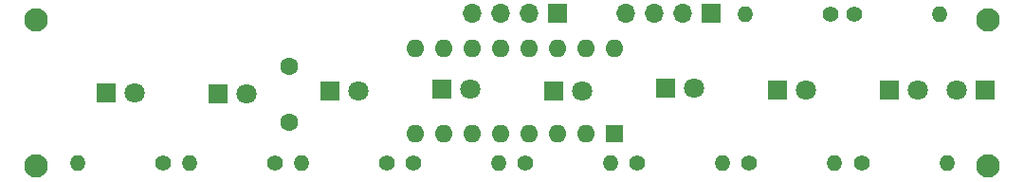
<source format=gbr>
%TF.GenerationSoftware,KiCad,Pcbnew,8.0.1*%
%TF.CreationDate,2024-05-11T19:49:50+01:00*%
%TF.ProjectId,TIMI2CLEDPanel,54494d49-3243-44c4-9544-50616e656c2e,rev?*%
%TF.SameCoordinates,Original*%
%TF.FileFunction,Soldermask,Bot*%
%TF.FilePolarity,Negative*%
%FSLAX46Y46*%
G04 Gerber Fmt 4.6, Leading zero omitted, Abs format (unit mm)*
G04 Created by KiCad (PCBNEW 8.0.1) date 2024-05-11 19:49:50*
%MOMM*%
%LPD*%
G01*
G04 APERTURE LIST*
%ADD10R,1.700000X1.700000*%
%ADD11O,1.700000X1.700000*%
%ADD12C,2.100000*%
%ADD13R,1.800000X1.800000*%
%ADD14C,1.800000*%
%ADD15C,1.600000*%
%ADD16C,1.400000*%
%ADD17O,1.400000X1.400000*%
%ADD18R,1.600000X1.600000*%
%ADD19O,1.600000X1.600000*%
G04 APERTURE END LIST*
D10*
%TO.C,J1*%
X102800000Y-31900000D03*
D11*
X100260000Y-31900000D03*
X97720000Y-31900000D03*
X95180000Y-31900000D03*
%TD*%
D12*
%TO.C,H4*%
X42500000Y-45500000D03*
%TD*%
D13*
%TO.C,D2*%
X48730000Y-39000000D03*
D14*
X51270000Y-39000000D03*
%TD*%
D13*
%TO.C,D6*%
X88730000Y-38800000D03*
D14*
X91270000Y-38800000D03*
%TD*%
D13*
%TO.C,D5*%
X78730000Y-38600000D03*
D14*
X81270000Y-38600000D03*
%TD*%
D12*
%TO.C,H5*%
X127500000Y-45500000D03*
%TD*%
%TO.C,H2*%
X42500000Y-32500000D03*
%TD*%
D13*
%TO.C,D3*%
X58730000Y-39100000D03*
D14*
X61270000Y-39100000D03*
%TD*%
D13*
%TO.C,D4*%
X68730000Y-38850000D03*
D14*
X71270000Y-38850000D03*
%TD*%
D13*
%TO.C,D9*%
X118730000Y-38750000D03*
D14*
X121270000Y-38750000D03*
%TD*%
D13*
%TO.C,D7*%
X98730000Y-38550000D03*
D14*
X101270000Y-38550000D03*
%TD*%
D12*
%TO.C,H3*%
X127500000Y-32500000D03*
%TD*%
D15*
%TO.C,C1*%
X65100000Y-41600000D03*
X65100000Y-36600000D03*
%TD*%
D13*
%TO.C,D8*%
X108730000Y-38750000D03*
D14*
X111270000Y-38750000D03*
%TD*%
D13*
%TO.C,D1*%
X127200000Y-38750000D03*
D14*
X124660000Y-38750000D03*
%TD*%
D16*
%TO.C,R7*%
X96195000Y-45250000D03*
D17*
X103815000Y-45250000D03*
%TD*%
D10*
%TO.C,J4*%
X89045000Y-31900000D03*
D11*
X86505000Y-31900000D03*
X83965000Y-31900000D03*
X81425000Y-31900000D03*
%TD*%
D16*
%TO.C,R10*%
X113460000Y-31950000D03*
D17*
X105840000Y-31950000D03*
%TD*%
D16*
%TO.C,R9*%
X116195000Y-45250000D03*
D17*
X123815000Y-45250000D03*
%TD*%
D16*
%TO.C,R8*%
X106195000Y-45250000D03*
D17*
X113815000Y-45250000D03*
%TD*%
D16*
%TO.C,R2*%
X53815000Y-45250000D03*
D17*
X46195000Y-45250000D03*
%TD*%
D16*
%TO.C,R1*%
X115590000Y-31950000D03*
D17*
X123210000Y-31950000D03*
%TD*%
D16*
%TO.C,R3*%
X63815000Y-45250000D03*
D17*
X56195000Y-45250000D03*
%TD*%
D16*
%TO.C,R6*%
X86195000Y-45250000D03*
D17*
X93815000Y-45250000D03*
%TD*%
D18*
%TO.C,U1*%
X94120000Y-42600000D03*
D19*
X91580000Y-42600000D03*
X89040000Y-42600000D03*
X86500000Y-42600000D03*
X83960000Y-42600000D03*
X81420000Y-42600000D03*
X78880000Y-42600000D03*
X76340000Y-42600000D03*
X76340000Y-34980000D03*
X78880000Y-34980000D03*
X81420000Y-34980000D03*
X83960000Y-34980000D03*
X86500000Y-34980000D03*
X89040000Y-34980000D03*
X91580000Y-34980000D03*
X94120000Y-34980000D03*
%TD*%
D16*
%TO.C,R5*%
X76195000Y-45250000D03*
D17*
X83815000Y-45250000D03*
%TD*%
D16*
%TO.C,R4*%
X73815000Y-45250000D03*
D17*
X66195000Y-45250000D03*
%TD*%
M02*

</source>
